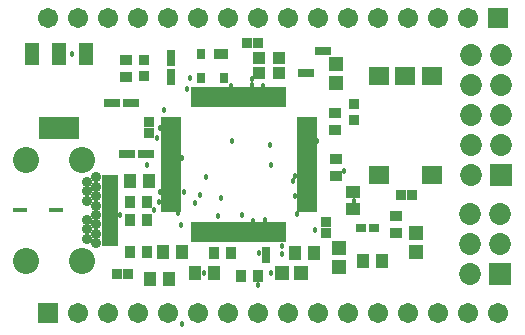
<source format=gts>
G04*
G04 #@! TF.GenerationSoftware,Altium Limited,Altium Designer,24.2.2 (26)*
G04*
G04 Layer_Color=8388736*
%FSLAX44Y44*%
%MOMM*%
G71*
G04*
G04 #@! TF.SameCoordinates,B7ABE9E6-FD17-4C81-B930-EBB6A9B4DABB*
G04*
G04*
G04 #@! TF.FilePolarity,Negative*
G04*
G01*
G75*
%ADD39R,1.2032X1.1532*%
%ADD40R,1.6782X0.5032*%
%ADD41R,0.5032X1.6782*%
%ADD42R,1.8032X1.6032*%
%ADD43R,1.1032X1.0032*%
%ADD44R,0.6732X0.6432*%
%ADD45R,1.4032X0.5032*%
%ADD46R,1.2032X0.4032*%
%ADD47R,1.1032X0.8532*%
%ADD48R,0.8532X1.1032*%
%ADD49R,0.8432X0.8532*%
%ADD50R,1.1032X1.1532*%
%ADD51R,1.3532X0.7532*%
%ADD52R,3.4032X1.9532*%
%ADD53R,1.1532X1.9532*%
%ADD54R,1.2032X0.9032*%
%ADD55R,0.8032X0.9032*%
%ADD56R,1.0532X1.1532*%
%ADD57R,1.1532X1.2032*%
%ADD58R,0.9032X0.8532*%
%ADD59R,0.7532X1.3532*%
%ADD60R,1.1932X0.9832*%
%ADD61R,0.8532X0.8432*%
%ADD62R,0.6432X0.6732*%
%ADD63R,0.9032X0.8032*%
%ADD64R,1.7032X1.7032*%
%ADD65C,1.7032*%
%ADD66C,1.8532*%
%ADD67R,1.8532X1.8532*%
%ADD68C,0.9032*%
%ADD69C,2.2132*%
%ADD70C,0.4572*%
D39*
X657860Y1035430D02*
D03*
Y1019430D02*
D03*
X593090Y1023110D02*
D03*
Y1007110D02*
D03*
X590550Y1162940D02*
D03*
Y1178940D02*
D03*
D40*
X565380Y1130970D02*
D03*
Y1125970D02*
D03*
Y1120970D02*
D03*
Y1115970D02*
D03*
Y1110970D02*
D03*
Y1105970D02*
D03*
Y1100970D02*
D03*
Y1095970D02*
D03*
Y1090970D02*
D03*
Y1085970D02*
D03*
Y1080970D02*
D03*
Y1075970D02*
D03*
Y1070970D02*
D03*
Y1065970D02*
D03*
Y1060970D02*
D03*
Y1055970D02*
D03*
X450620D02*
D03*
Y1060970D02*
D03*
Y1065970D02*
D03*
Y1070970D02*
D03*
Y1075970D02*
D03*
Y1080970D02*
D03*
Y1085970D02*
D03*
Y1090970D02*
D03*
Y1095970D02*
D03*
Y1100970D02*
D03*
Y1105970D02*
D03*
Y1110970D02*
D03*
Y1115970D02*
D03*
Y1120970D02*
D03*
Y1125970D02*
D03*
Y1130970D02*
D03*
D41*
X545500Y1036090D02*
D03*
X540500D02*
D03*
X535500D02*
D03*
X530500D02*
D03*
X525500D02*
D03*
X520500D02*
D03*
X515500D02*
D03*
X510500D02*
D03*
X505500D02*
D03*
X500500D02*
D03*
X495500D02*
D03*
X490500D02*
D03*
X485500D02*
D03*
X480500D02*
D03*
X475500D02*
D03*
X470500D02*
D03*
Y1150850D02*
D03*
X475500D02*
D03*
X480500D02*
D03*
X485500D02*
D03*
X490500D02*
D03*
X495500D02*
D03*
X500500D02*
D03*
X505500D02*
D03*
X510500D02*
D03*
X515500D02*
D03*
X520500D02*
D03*
X525500D02*
D03*
X530500D02*
D03*
X535500D02*
D03*
X540500D02*
D03*
X545500D02*
D03*
D42*
X626470Y1084490D02*
D03*
Y1168490D02*
D03*
X671470Y1084490D02*
D03*
Y1168490D02*
D03*
X648970D02*
D03*
D43*
X541650Y1183540D02*
D03*
X525150D02*
D03*
Y1171040D02*
D03*
X541650D02*
D03*
D44*
X582470Y1189990D02*
D03*
X575770D02*
D03*
X568500Y1170940D02*
D03*
X561800D02*
D03*
D45*
X399230Y1082360D02*
D03*
Y1077360D02*
D03*
Y1072360D02*
D03*
Y1067360D02*
D03*
Y1062360D02*
D03*
Y1057360D02*
D03*
Y1052360D02*
D03*
Y1047360D02*
D03*
Y1042360D02*
D03*
Y1037360D02*
D03*
Y1032360D02*
D03*
Y1027360D02*
D03*
D46*
X353430Y1054860D02*
D03*
X322430D02*
D03*
D47*
X412750Y1182000D02*
D03*
Y1167500D02*
D03*
X590550Y1098180D02*
D03*
Y1083680D02*
D03*
X641350Y1049920D02*
D03*
Y1035420D02*
D03*
X589280Y1137550D02*
D03*
Y1123050D02*
D03*
D48*
X430160Y1061720D02*
D03*
X415660D02*
D03*
X524140Y999490D02*
D03*
X509640D02*
D03*
X430530Y1046480D02*
D03*
X416030D02*
D03*
X430160Y1019810D02*
D03*
X415660D02*
D03*
X501280Y1018540D02*
D03*
X486780D02*
D03*
D49*
X431800Y1129720D02*
D03*
Y1120720D02*
D03*
X581660Y1044630D02*
D03*
Y1035630D02*
D03*
D50*
X416180Y1079500D02*
D03*
X432180D02*
D03*
X613030Y1012190D02*
D03*
X629030D02*
D03*
X448690Y996950D02*
D03*
X432690D02*
D03*
X444120Y1019810D02*
D03*
X460120D02*
D03*
X555500Y1018540D02*
D03*
X571500D02*
D03*
D51*
X429640Y1102360D02*
D03*
X413640D02*
D03*
X416940Y1145540D02*
D03*
X400940D02*
D03*
D52*
X355600Y1124200D02*
D03*
D53*
X332600Y1187200D02*
D03*
X355600D02*
D03*
X378600D02*
D03*
D54*
X493300Y1187130D02*
D03*
D55*
X476300D02*
D03*
Y1167130D02*
D03*
X495300D02*
D03*
D56*
X470790Y1002030D02*
D03*
X486790D02*
D03*
D57*
X560450D02*
D03*
X544450D02*
D03*
D58*
X427990Y1168870D02*
D03*
Y1182370D02*
D03*
X605790Y1131170D02*
D03*
Y1144670D02*
D03*
D59*
X450850Y1168020D02*
D03*
Y1184020D02*
D03*
D60*
X604520Y1055990D02*
D03*
Y1069990D02*
D03*
D61*
X405130Y1000760D02*
D03*
X414130D02*
D03*
X645740Y1068070D02*
D03*
X654740D02*
D03*
X523930Y1196340D02*
D03*
X514930D02*
D03*
D62*
X530860Y1020160D02*
D03*
Y1013460D02*
D03*
D63*
X611720Y1040130D02*
D03*
X622720D02*
D03*
D64*
X727710Y1217930D02*
D03*
X346710Y967740D02*
D03*
D65*
X702310Y1217930D02*
D03*
X676910D02*
D03*
X651510D02*
D03*
X626110D02*
D03*
X600710D02*
D03*
X575310D02*
D03*
X549910D02*
D03*
X524510D02*
D03*
X499110D02*
D03*
X473710D02*
D03*
X448310D02*
D03*
X422910D02*
D03*
X397510D02*
D03*
X372110D02*
D03*
X346710D02*
D03*
X727710Y967740D02*
D03*
X702310D02*
D03*
X676910D02*
D03*
X651510D02*
D03*
X626110D02*
D03*
X600710D02*
D03*
X575310D02*
D03*
X549910D02*
D03*
X524510D02*
D03*
X499110D02*
D03*
X473710D02*
D03*
X448310D02*
D03*
X422910D02*
D03*
X397510D02*
D03*
X372110D02*
D03*
D66*
X704850Y1186180D02*
D03*
X730250D02*
D03*
X704850Y1160780D02*
D03*
X730250D02*
D03*
X704850Y1135380D02*
D03*
X730250D02*
D03*
X704850Y1109980D02*
D03*
X730250D02*
D03*
X704850Y1084580D02*
D03*
X703580Y1051560D02*
D03*
X728980D02*
D03*
X703580Y1026160D02*
D03*
X728980D02*
D03*
X703580Y1000760D02*
D03*
D67*
X730250Y1084580D02*
D03*
X728980Y1000760D02*
D03*
D68*
X386730Y1026860D02*
D03*
X379730Y1030860D02*
D03*
Y1038860D02*
D03*
X386730Y1042860D02*
D03*
X379730Y1046860D02*
D03*
X386730Y1050860D02*
D03*
Y1058860D02*
D03*
X379730Y1062860D02*
D03*
X386730Y1066860D02*
D03*
X379730Y1070860D02*
D03*
Y1078860D02*
D03*
X386730Y1082860D02*
D03*
Y1074860D02*
D03*
Y1034860D02*
D03*
D69*
X375230Y1097560D02*
D03*
Y1012160D02*
D03*
X327930Y1097560D02*
D03*
Y1012160D02*
D03*
D70*
X440133Y1062035D02*
D03*
X528574Y1160526D02*
D03*
X501142D02*
D03*
X466598Y1167130D02*
D03*
X519176Y1160780D02*
D03*
X441452Y1070610D02*
D03*
X436372Y1054862D02*
D03*
X459994Y1099566D02*
D03*
X574548Y1113917D02*
D03*
X501904Y1113536D02*
D03*
X519430Y1165860D02*
D03*
X430022Y1093216D02*
D03*
X535686Y1002030D02*
D03*
X544945Y1017691D02*
D03*
X544830Y1024890D02*
D03*
X555659Y1066639D02*
D03*
X554282Y1079500D02*
D03*
X478790Y1001776D02*
D03*
X597154Y1088136D02*
D03*
X530500Y1046882D02*
D03*
X525500Y1018540D02*
D03*
X480500Y1083124D02*
D03*
X490220Y1050290D02*
D03*
X492760Y1065246D02*
D03*
X441452Y1124458D02*
D03*
X407162Y1050860D02*
D03*
X555752Y1083818D02*
D03*
X572770Y1038606D02*
D03*
X438510Y1115970D02*
D03*
X367030Y1187450D02*
D03*
X464058Y1157224D02*
D03*
X535500Y1092962D02*
D03*
X475500Y1067538D02*
D03*
X470916Y1061212D02*
D03*
X605536Y1062990D02*
D03*
X458724Y1042670D02*
D03*
X461645Y1070102D02*
D03*
X444754Y1139698D02*
D03*
X524140Y991362D02*
D03*
X557276Y1051560D02*
D03*
X520192Y1045718D02*
D03*
X456438Y1052322D02*
D03*
X510500Y1050544D02*
D03*
X459994Y958342D02*
D03*
X534670Y1110488D02*
D03*
M02*

</source>
